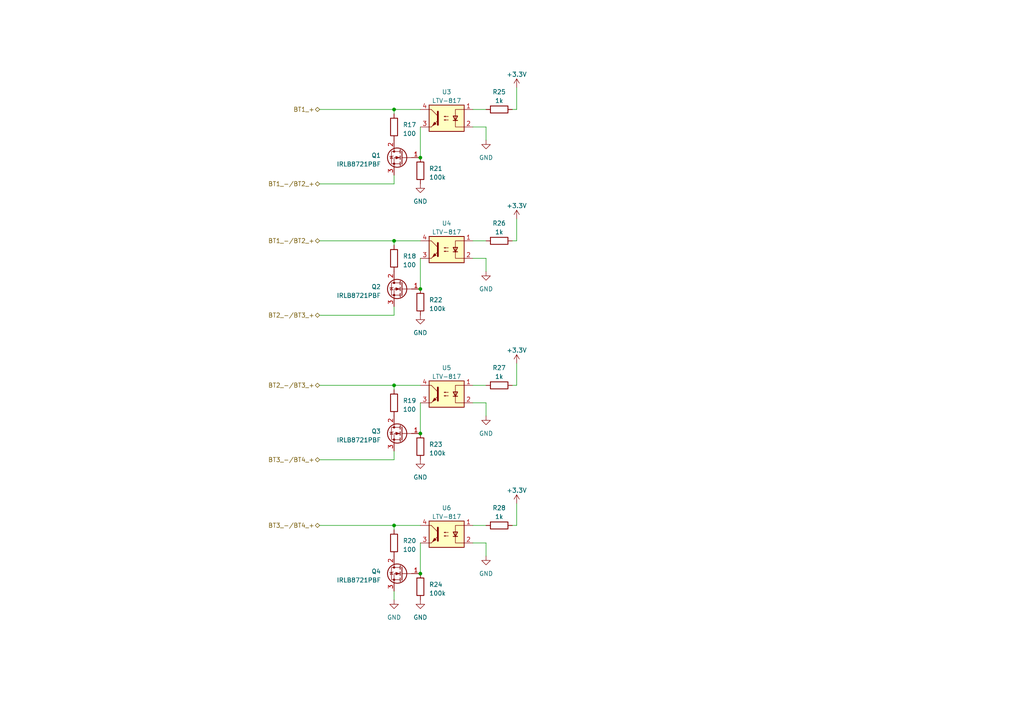
<source format=kicad_sch>
(kicad_sch (version 20230121) (generator eeschema)
  (paper "A4")
  (title_block (title "BMS Project") (date "2023-04-21") (rev "V0.1") (company "TH Ingolstadt") (comment 1 "Author: ") (comment 2 "Edited: "))
  (lib_symbols
    (symbol "Device:R" (pin_numbers hide) (pin_names (offset 0))
      (property "Reference" "R" (at 2.032 0 90))
      (property "Value" "R" (at 0 0 90))
      (symbol "R_0_1"
        (rectangle (start -1.016 -2.54) (end 1.016 2.54) (stroke (width 0.254)))
      )
      (symbol "R_1_1"
        (pin passive line (at 0 3.81 270) (length 1.27) (name "~") (number "1"))
        (pin passive line (at 0 -3.81 90) (length 1.27) (name "~") (number "2"))
      )
    )
    (symbol "Isolator:LTV-817" (pin_names (offset 1.016))
      (property "Reference" "U" (at -5.08 5.08 0))
      (property "Value" "LTV-817" (at 0 5.08 0))
      (symbol "LTV-817_0_1"
        (rectangle (start -5.08 3.81) (end 5.08 -3.81) (stroke (width 0.254)) (fill (type background)))
        (polyline (pts (xy -3.175 -0.635) (xy -1.905 -0.635)) (stroke (width 0.254)))
        (polyline (pts (xy 2.54 0.635) (xy 4.445 2.54)))
        (polyline (pts (xy 4.445 -2.54) (xy 2.54 -0.635)) (fill (type outline)))
        (polyline (pts (xy 4.445 -2.54) (xy 5.08 -2.54)))
        (polyline (pts (xy 4.445 2.54) (xy 5.08 2.54)))
        (polyline (pts (xy -5.08 2.54) (xy -2.54 2.54) (xy -2.54 -0.762)))
        (polyline (pts (xy -2.54 -0.635) (xy -2.54 -2.54) (xy -5.08 -2.54)))
        (polyline (pts (xy 2.54 1.905) (xy 2.54 -1.905) (xy 2.54 -1.905)) (stroke (width 0.508)))
        (polyline (pts (xy -2.54 -0.635) (xy -3.175 0.635) (xy -1.905 0.635) (xy -2.54 -0.635)) (stroke (width 0.254)))
        (polyline (pts (xy -0.508 -0.508) (xy 0.762 -0.508) (xy 0.381 -0.635) (xy 0.381 -0.381) (xy 0.762 -0.508)))
        (polyline (pts (xy -0.508 0.508) (xy 0.762 0.508) (xy 0.381 0.381) (xy 0.381 0.635) (xy 0.762 0.508)))
        (polyline (pts (xy 3.048 -1.651) (xy 3.556 -1.143) (xy 4.064 -2.159) (xy 3.048 -1.651) (xy 3.048 -1.651)) (fill (type outline)))
      )
      (symbol "LTV-817_1_1"
        (pin passive line (at -7.62 2.54 0) (length 2.54) (name "~") (number "1"))
        (pin passive line (at -7.62 -2.54 0) (length 2.54) (name "~") (number "2"))
        (pin passive line (at 7.62 -2.54 180) (length 2.54) (name "~") (number "3"))
        (pin passive line (at 7.62 2.54 180) (length 2.54) (name "~") (number "4"))
      )
    )
    (symbol "Transistor_FET:IRLB8721PBF" (pin_names hide)
      (property "Reference" "Q" (at 6.35 1.905 0))
      (property "Value" "IRLB8721PBF" (at 6.35 0 0))
      (symbol "IRLB8721PBF_0_1"
        (polyline (pts (xy 0.254 0) (xy -2.54 0)))
        (polyline (pts (xy 0.254 1.905) (xy 0.254 -1.905)) (stroke (width 0.254)))
        (polyline (pts (xy 0.762 -1.27) (xy 0.762 -2.286)) (stroke (width 0.254)))
        (polyline (pts (xy 0.762 0.508) (xy 0.762 -0.508)) (stroke (width 0.254)))
        (polyline (pts (xy 0.762 2.286) (xy 0.762 1.27)) (stroke (width 0.254)))
        (polyline (pts (xy 2.54 2.54) (xy 2.54 1.778)))
        (polyline (pts (xy 2.54 -2.54) (xy 2.54 0) (xy 0.762 0)))
        (polyline (pts (xy 0.762 -1.778) (xy 3.302 -1.778) (xy 3.302 1.778) (xy 0.762 1.778)))
        (polyline (pts (xy 1.016 0) (xy 2.032 0.381) (xy 2.032 -0.381) (xy 1.016 0)) (fill (type outline)))
        (polyline (pts (xy 2.794 0.508) (xy 2.921 0.381) (xy 3.683 0.381) (xy 3.81 0.254)))
        (polyline (pts (xy 3.302 0.381) (xy 2.921 -0.254) (xy 3.683 -0.254) (xy 3.302 0.381)))
        (circle (center 1.651 0) (radius 2.794) (stroke (width 0.254)))
        (circle (center 2.54 -1.778) (radius 0.254) (fill (type outline)))
        (circle (center 2.54 1.778) (radius 0.254) (fill (type outline)))
      )
      (symbol "IRLB8721PBF_1_1"
        (pin input line (at -5.08 0 0) (length 2.54) (name "G") (number "1"))
        (pin passive line (at 2.54 5.08 270) (length 2.54) (name "D") (number "2"))
        (pin passive line (at 2.54 -5.08 90) (length 2.54) (name "S") (number "3"))
      )
    )
    (symbol "power:+3.3V" (power) (pin_names (offset 0))
      (property "Value" "+3.3V" (at 0 3.556 0))
      (symbol "+3.3V_0_1"
        (polyline (pts (xy -0.762 1.27) (xy 0 2.54)))
        (polyline (pts (xy 0 0) (xy 0 2.54)))
        (polyline (pts (xy 0 2.54) (xy 0.762 1.27)))
      )
      (symbol "+3.3V_1_1"
        (pin power_in line (at 0 0 90) (length 0) hide (name "+3.3V") (number "1"))
      )
    )
    (symbol "power:GND" (power) (pin_names (offset 0))
      (property "Value" "GND" (at 0 -3.81 0))
      (symbol "GND_0_1"
        (polyline (pts (xy 0 0) (xy 0 -1.27) (xy 1.27 -1.27) (xy 0 -2.54) (xy -1.27 -1.27) (xy 0 -1.27)))
      )
      (symbol "GND_1_1"
        (pin power_in line (at 0 0 270) (length 0) hide (name "GND") (number "1"))
      )
    )
  )
  (junction (at 121.92 83.82))
  (junction (at 121.92 45.72))
  (junction (at 114.3 152.4))
  (junction (at 114.3 69.85))
  (junction (at 121.92 125.73))
  (junction (at 114.3 31.75))
  (junction (at 114.3 111.76))
  (junction (at 121.92 166.37))
  (wire (pts (xy 137.16 36.83) (xy 140.97 36.83)))
  (wire (pts (xy 137.16 116.84) (xy 140.97 116.84)))
  (wire (pts (xy 148.59 152.4) (xy 149.86 152.4)))
  (wire (pts (xy 148.59 31.75) (xy 149.86 31.75)))
  (wire (pts (xy 149.86 31.75) (xy 149.86 25.4)))
  (wire (pts (xy 114.3 111.76) (xy 121.92 111.76)))
  (wire (pts (xy 114.3 31.75) (xy 121.92 31.75)))
  (wire (pts (xy 114.3 53.34) (xy 92.71 53.34)))
  (wire (pts (xy 149.86 69.85) (xy 149.86 63.5)))
  (wire (pts (xy 114.3 171.45) (xy 114.3 173.99)))
  (wire (pts (xy 121.92 74.93) (xy 121.92 83.82)))
  (wire (pts (xy 114.3 31.75) (xy 114.3 33.02)))
  (wire (pts (xy 137.16 152.4) (xy 140.97 152.4)))
  (wire (pts (xy 149.86 111.76) (xy 149.86 105.41)))
  (wire (pts (xy 92.71 69.85) (xy 114.3 69.85)))
  (wire (pts (xy 92.71 111.76) (xy 114.3 111.76)))
  (wire (pts (xy 140.97 157.48) (xy 140.97 161.29)))
  (wire (pts (xy 114.3 133.35) (xy 92.71 133.35)))
  (wire (pts (xy 114.3 69.85) (xy 121.92 69.85)))
  (wire (pts (xy 137.16 69.85) (xy 140.97 69.85)))
  (wire (pts (xy 149.86 152.4) (xy 149.86 146.05)))
  (wire (pts (xy 121.92 157.48) (xy 121.92 166.37)))
  (wire (pts (xy 92.71 31.75) (xy 114.3 31.75)))
  (wire (pts (xy 148.59 111.76) (xy 149.86 111.76)))
  (wire (pts (xy 137.16 111.76) (xy 140.97 111.76)))
  (wire (pts (xy 114.3 69.85) (xy 114.3 71.12)))
  (wire (pts (xy 148.59 69.85) (xy 149.86 69.85)))
  (wire (pts (xy 140.97 74.93) (xy 140.97 78.74)))
  (wire (pts (xy 140.97 36.83) (xy 140.97 40.64)))
  (wire (pts (xy 114.3 152.4) (xy 121.92 152.4)))
  (wire (pts (xy 114.3 88.9) (xy 114.3 91.44)))
  (wire (pts (xy 140.97 116.84) (xy 140.97 120.65)))
  (wire (pts (xy 114.3 111.76) (xy 114.3 113.03)))
  (wire (pts (xy 114.3 91.44) (xy 92.71 91.44)))
  (wire (pts (xy 114.3 152.4) (xy 114.3 153.67)))
  (wire (pts (xy 121.92 36.83) (xy 121.92 45.72)))
  (wire (pts (xy 92.71 152.4) (xy 114.3 152.4)))
  (wire (pts (xy 137.16 31.75) (xy 140.97 31.75)))
  (wire (pts (xy 114.3 50.8) (xy 114.3 53.34)))
  (wire (pts (xy 137.16 74.93) (xy 140.97 74.93)))
  (wire (pts (xy 121.92 116.84) (xy 121.92 125.73)))
  (wire (pts (xy 114.3 130.81) (xy 114.3 133.35)))
  (wire (pts (xy 137.16 157.48) (xy 140.97 157.48)))
  (hierarchical_label "BT1_-{slash}BT2_+" (shape bidirectional) (at 92.71 53.34 180))
  (hierarchical_label "BT2_-{slash}BT3_+" (shape bidirectional) (at 92.71 91.44 180))
  (hierarchical_label "BT1_+" (shape bidirectional) (at 92.71 31.75 180))
  (hierarchical_label "BT1_-{slash}BT2_+" (shape bidirectional) (at 92.71 69.85 180))
  (hierarchical_label "BT3_-{slash}BT4_+" (shape bidirectional) (at 92.71 152.4 180))
  (hierarchical_label "BT3_-{slash}BT4_+" (shape bidirectional) (at 92.71 133.35 180))
  (hierarchical_label "BT2_-{slash}BT3_+" (shape bidirectional) (at 92.71 111.76 180))
  (symbol (lib_id "Device:R") (at 121.92 49.53 0) (unit 1)
    (property "Reference" "R21" (at 124.46 48.895 0) (effects (justify left)))
    (property "Value" "100k" (at 124.46 51.435 0) (effects (justify left)))
    (property "Footprint" "Resistor_THT:R_Axial_DIN0207_L6.3mm_D2.5mm_P10.16mm_Horizontal" (effects hide))
    (instances (project "BMS_Project" (path "" (reference "R21") (unit 1)) (path "" (reference "R21") (unit 1))) (project "Test_Projekt" (path "" (reference "R27") (unit 1))))
  )
  (symbol (lib_id "Device:R") (at 114.3 157.48 0) (unit 1)
    (property "Reference" "R20" (at 116.84 156.845 0) (effects (justify left)))
    (property "Value" "100" (at 116.84 159.385 0) (effects (justify left)))
    (property "Footprint" "Resistor_THT:R_Axial_DIN0207_L6.3mm_D2.5mm_P10.16mm_Horizontal" (effects hide))
    (instances (project "BMS_Project" (path "" (reference "R20") (unit 1)) (path "" (reference "R20") (unit 1))) (project "Test_Projekt" (path "" (reference "R4") (unit 1))))
  )
  (symbol (lib_id "Isolator:LTV-817") (at 129.54 154.94 0) (mirror y) (unit 1)
    (property "Reference" "U6" (at 129.54 147.32 0))
    (property "Value" "LTV-817" (at 129.54 149.86 0))
    (property "Footprint" "Package_DIP:DIP-4_W7.62mm" (effects hide))
    (property "Datasheet" "http://www.us.liteon.com/downloads/LTV-817-827-847.PDF" (effects hide))
    (instances (project "BMS_Project" (path "" (reference "U6") (unit 1)) (path "" (reference "U6") (unit 1))) (project "Test_Projekt" (path "" (reference "U2") (unit 1))))
  )
  (symbol (lib_id "power:+3.3V") (at 149.86 63.5 0) (unit 1)
    (property "Reference" "#PWR019" (effects hide))
    (property "Value" "+3.3V" (at 149.86 59.69 0))
    (instances (project "BMS_Project" (path "" (reference "#PWR019") (unit 1)) (path "" (reference "#PWR019") (unit 1))) (project "Test_Projekt" (path "" (reference "#PWR017") (unit 1))))
  )
  (symbol (lib_id "Device:R") (at 144.78 31.75 270) (unit 1)
    (property "Reference" "R25" (at 144.78 26.67 90))
    (property "Value" "1k" (at 144.78 29.21 90))
    (property "Footprint" "Resistor_THT:R_Axial_DIN0207_L6.3mm_D2.5mm_P10.16mm_Horizontal" (effects hide))
    (instances (project "BMS_Project" (path "" (reference "R25") (unit 1)) (path "" (reference "R25") (unit 1))) (project "Test_Projekt" (path "" (reference "R28") (unit 1))))
  )
  (symbol (lib_id "Transistor_FET:IRLB8721PBF") (at 116.84 83.82 0) (mirror y) (unit 1)
    (property "Reference" "Q2" (at 110.49 83.185 0) (effects (justify left)))
    (property "Value" "IRLB8721PBF" (at 110.49 85.725 0) (effects (justify left)))
    (property "Footprint" "Package_TO_SOT_THT:TO-220-3_Horizontal_TabDown" (effects hide))
    (property "Datasheet" "http://www.infineon.com/dgdl/irlb8721pbf.pdf?fileId=5546d462533600a40153566056732591" (effects hide))
    (instances (project "BMS_Project" (path "" (reference "Q2") (unit 1)) (path "" (reference "Q2") (unit 1))) (project "Test_Projekt" (path "" (reference "Q3") (unit 1))))
  )
  (symbol (lib_id "power:+3.3V") (at 149.86 105.41 0) (unit 1)
    (property "Reference" "#PWR020" (effects hide))
    (property "Value" "+3.3V" (at 149.86 101.6 0))
    (instances (project "BMS_Project" (path "" (reference "#PWR020") (unit 1)) (path "" (reference "#PWR020") (unit 1))) (project "Test_Projekt" (path "" (reference "#PWR011") (unit 1))))
  )
  (symbol (lib_id "power:GND") (at 121.92 53.34 0) (unit 1)
    (property "Reference" "#PWR010" (effects hide))
    (property "Value" "GND" (at 121.92 58.42 0))
    (instances (project "BMS_Project" (path "" (reference "#PWR010") (unit 1)) (path "" (reference "#PWR010") (unit 1))) (project "Test_Projekt" (path "" (reference "#PWR022") (unit 1))))
  )
  (symbol (lib_id "Isolator:LTV-817") (at 129.54 114.3 0) (mirror y) (unit 1)
    (property "Reference" "U5" (at 129.54 106.68 0))
    (property "Value" "LTV-817" (at 129.54 109.22 0))
    (property "Footprint" "Package_DIP:DIP-4_W7.62mm" (effects hide))
    (property "Datasheet" "http://www.us.liteon.com/downloads/LTV-817-827-847.PDF" (effects hide))
    (instances (project "BMS_Project" (path "" (reference "U5") (unit 1)) (path "" (reference "U5") (unit 1))) (project "Test_Projekt" (path "" (reference "U4") (unit 1))))
  )
  (symbol (lib_id "Device:R") (at 144.78 152.4 270) (unit 1)
    (property "Reference" "R28" (at 144.78 147.32 90))
    (property "Value" "1k" (at 144.78 149.86 90))
    (property "Footprint" "Resistor_THT:R_Axial_DIN0207_L6.3mm_D2.5mm_P10.16mm_Horizontal" (effects hide))
    (instances (project "BMS_Project" (path "" (reference "R28") (unit 1)) (path "" (reference "R28") (unit 1))) (project "Test_Projekt" (path "" (reference "R6") (unit 1))))
  )
  (symbol (lib_id "Device:R") (at 144.78 69.85 270) (unit 1)
    (property "Reference" "R26" (at 144.78 64.77 90))
    (property "Value" "1k" (at 144.78 67.31 90))
    (property "Footprint" "Resistor_THT:R_Axial_DIN0207_L6.3mm_D2.5mm_P10.16mm_Horizontal" (effects hide))
    (instances (project "BMS_Project" (path "" (reference "R26") (unit 1)) (path "" (reference "R26") (unit 1))) (project "Test_Projekt" (path "" (reference "R20") (unit 1))))
  )
  (symbol (lib_id "Device:R") (at 114.3 74.93 0) (unit 1)
    (property "Reference" "R18" (at 116.84 74.295 0) (effects (justify left)))
    (property "Value" "100" (at 116.84 76.835 0) (effects (justify left)))
    (property "Footprint" "Resistor_THT:R_Axial_DIN0207_L6.3mm_D2.5mm_P10.16mm_Horizontal" (effects hide))
  )
  (symbol (lib_id "power:GND") (at 140.97 40.64 0) (unit 1)
    (property "Reference" "#PWR014" (effects hide))
    (property "Value" "GND" (at 140.97 45.72 0))
    (instances (project "BMS_Project" (path "" (reference "#PWR014") (unit 1)) (path "" (reference "#PWR014") (unit 1))) (project "Test_Projekt" (path "" (reference "#PWR023") (unit 1))))
  )
  (symbol (lib_id "power:GND") (at 121.92 133.35 0) (unit 1)
    (property "Reference" "#PWR012" (effects hide))
    (property "Value" "GND" (at 121.92 138.43 0))
    (instances (project "BMS_Project" (path "" (reference "#PWR012") (unit 1)) (path "" (reference "#PWR012") (unit 1))) (project "Test_Projekt" (path "" (reference "#PWR09") (unit 1))))
  )
  (symbol (lib_id "Device:R") (at 121.92 87.63 0) (unit 1)
    (property "Reference" "R22" (at 124.46 86.995 0) (effects (justify left)))
    (property "Value" "100k" (at 124.46 89.535 0) (effects (justify left)))
    (property "Footprint" "Resistor_THT:R_Axial_DIN0207_L6.3mm_D2.5mm_P10.16mm_Horizontal" (effects hide))
    (instances (project "BMS_Project" (path "" (reference "R22") (unit 1)) (path "" (reference "R22") (unit 1))) (project "Test_Projekt" (path "" (reference "R19") (unit 1))))
  )
  (symbol (lib_id "Isolator:LTV-817") (at 129.54 72.39 0) (mirror y) (unit 1)
    (property "Reference" "U4" (at 129.54 64.77 0))
    (property "Value" "LTV-817" (at 129.54 67.31 0))
    (property "Footprint" "Package_DIP:DIP-4_W7.62mm" (effects hide))
    (property "Datasheet" "http://www.us.liteon.com/downloads/LTV-817-827-847.PDF" (effects hide))
    (instances (project "BMS_Project" (path "" (reference "U4") (unit 1)) (path "" (reference "U4") (unit 1))) (project "Test_Projekt" (path "" (reference "U5") (unit 1))))
  )
  (symbol (lib_id "power:GND") (at 140.97 161.29 0) (unit 1)
    (property "Reference" "#PWR017" (effects hide))
    (property "Value" "GND" (at 140.97 166.37 0))
    (instances (project "BMS_Project" (path "" (reference "#PWR017") (unit 1)) (path "" (reference "#PWR017") (unit 1))) (project "Test_Projekt" (path "" (reference "#PWR05") (unit 1))))
  )
  (symbol (lib_id "power:+3.3V") (at 149.86 146.05 0) (unit 1)
    (property "Reference" "#PWR021" (effects hide))
    (property "Value" "+3.3V" (at 149.86 142.24 0))
    (instances (project "BMS_Project" (path "" (reference "#PWR021") (unit 1)) (path "" (reference "#PWR021") (unit 1))) (project "Test_Projekt" (path "" (reference "#PWR04") (unit 1))))
  )
  (symbol (lib_id "Device:R") (at 144.78 111.76 270) (unit 1)
    (property "Reference" "R27" (at 144.78 106.68 90))
    (property "Value" "1k" (at 144.78 109.22 90))
    (property "Footprint" "Resistor_THT:R_Axial_DIN0207_L6.3mm_D2.5mm_P10.16mm_Horizontal" (effects hide))
    (instances (project "BMS_Project" (path "" (reference "R27") (unit 1)) (path "" (reference "R27") (unit 1))) (project "Test_Projekt" (path "" (reference "R13") (unit 1))))
  )
  (symbol (lib_id "Device:R") (at 114.3 116.84 0) (unit 1)
    (property "Reference" "R19" (at 116.84 116.205 0) (effects (justify left)))
    (property "Value" "100" (at 116.84 118.745 0) (effects (justify left)))
    (property "Footprint" "Resistor_THT:R_Axial_DIN0207_L6.3mm_D2.5mm_P10.16mm_Horizontal" (effects hide))
    (instances (project "BMS_Project" (path "" (reference "R19") (unit 1)) (path "" (reference "R19") (unit 1))) (project "Test_Projekt" (path "" (reference "R11") (unit 1))))
  )
  (symbol (lib_id "Device:R") (at 114.3 36.83 0) (unit 1)
    (property "Reference" "R17" (at 116.84 36.195 0) (effects (justify left)))
    (property "Value" "100" (at 116.84 38.735 0) (effects (justify left)))
    (property "Footprint" "Resistor_THT:R_Axial_DIN0207_L6.3mm_D2.5mm_P10.16mm_Horizontal" (effects hide))
    (instances (project "BMS_Project" (path "" (reference "R17") (unit 1)) (path "" (reference "R17") (unit 1))) (project "Test_Projekt" (path "" (reference "R26") (unit 1))))
  )
  (symbol (lib_id "Transistor_FET:IRLB8721PBF") (at 116.84 45.72 0) (mirror y) (unit 1)
    (property "Reference" "Q1" (at 110.49 45.085 0) (effects (justify left)))
    (property "Value" "IRLB8721PBF" (at 110.49 47.625 0) (effects (justify left)))
    (property "Footprint" "Package_TO_SOT_THT:TO-220-3_Horizontal_TabDown" (effects hide))
    (property "Datasheet" "http://www.infineon.com/dgdl/irlb8721pbf.pdf?fileId=5546d462533600a40153566056732591" (effects hide))
    (instances (project "BMS_Project" (path "" (reference "Q1") (unit 1)) (path "" (reference "Q1") (unit 1))) (project "Test_Projekt" (path "" (reference "Q4") (unit 1))))
  )
  (symbol (lib_id "power:+3.3V") (at 149.86 25.4 0) (unit 1)
    (property "Reference" "#PWR018" (effects hide))
    (property "Value" "+3.3V" (at 149.86 21.59 0))
    (instances (project "BMS_Project" (path "" (reference "#PWR018") (unit 1)) (path "" (reference "#PWR018") (unit 1))) (project "Test_Projekt" (path "" (reference "#PWR024") (unit 1))))
  )
  (symbol (lib_id "Device:R") (at 121.92 129.54 0) (unit 1)
    (property "Reference" "R23" (at 124.46 128.905 0) (effects (justify left)))
    (property "Value" "100k" (at 124.46 131.445 0) (effects (justify left)))
    (property "Footprint" "Resistor_THT:R_Axial_DIN0207_L6.3mm_D2.5mm_P10.16mm_Horizontal" (effects hide))
    (instances (project "BMS_Project" (path "" (reference "R23") (unit 1)) (path "" (reference "R23") (unit 1))) (project "Test_Projekt" (path "" (reference "R12") (unit 1))))
  )
  (symbol (lib_id "power:GND") (at 114.3 173.99 0) (unit 1)
    (property "Reference" "#PWR013" (effects hide))
    (property "Value" "GND" (at 114.3 179.07 0))
    (instances (project "BMS_Project" (path "" (reference "#PWR013") (unit 1)) (path "" (reference "#PWR025") (unit 1))) (project "Test_Projekt" (path "" (reference "#PWR03") (unit 1))))
  )
  (symbol (lib_id "Transistor_FET:IRLB8721PBF") (at 116.84 125.73 0) (mirror y) (unit 1)
    (property "Reference" "Q3" (at 110.49 125.095 0) (effects (justify left)))
    (property "Value" "IRLB8721PBF" (at 110.49 127.635 0) (effects (justify left)))
    (property "Footprint" "Package_TO_SOT_THT:TO-220-3_Horizontal_TabDown" (effects hide))
    (property "Datasheet" "http://www.infineon.com/dgdl/irlb8721pbf.pdf?fileId=5546d462533600a40153566056732591" (effects hide))
    (instances (project "BMS_Project" (path "" (reference "Q3") (unit 1)) (path "" (reference "Q3") (unit 1))) (project "Test_Projekt" (path "" (reference "Q2") (unit 1))))
  )
  (symbol (lib_id "power:GND") (at 121.92 173.99 0) (unit 1)
    (property "Reference" "#PWR013" (effects hide))
    (property "Value" "GND" (at 121.92 179.07 0))
    (instances (project "BMS_Project" (path "" (reference "#PWR013") (unit 1)) (path "" (reference "#PWR013") (unit 1))) (project "Test_Projekt" (path "" (reference "#PWR03") (unit 1))))
  )
  (symbol (lib_id "Device:R") (at 121.92 170.18 0) (unit 1)
    (property "Reference" "R24" (at 124.46 169.545 0) (effects (justify left)))
    (property "Value" "100k" (at 124.46 172.085 0) (effects (justify left)))
    (property "Footprint" "Resistor_THT:R_Axial_DIN0207_L6.3mm_D2.5mm_P10.16mm_Horizontal" (effects hide))
    (instances (project "BMS_Project" (path "" (reference "R24") (unit 1)) (path "" (reference "R24") (unit 1))) (project "Test_Projekt" (path "" (reference "R5") (unit 1))))
  )
  (symbol (lib_id "Transistor_FET:IRLB8721PBF") (at 116.84 166.37 0) (mirror y) (unit 1)
    (property "Reference" "Q4" (at 110.49 165.735 0) (effects (justify left)))
    (property "Value" "IRLB8721PBF" (at 110.49 168.275 0) (effects (justify left)))
    (property "Footprint" "Package_TO_SOT_THT:TO-220-3_Horizontal_TabDown" (effects hide))
    (property "Datasheet" "http://www.infineon.com/dgdl/irlb8721pbf.pdf?fileId=5546d462533600a40153566056732591" (effects hide))
    (instances (project "BMS_Project" (path "" (reference "Q4") (unit 1)) (path "" (reference "Q4") (unit 1))) (project "Test_Projekt" (path "" (reference "Q1") (unit 1))))
  )
  (symbol (lib_id "power:GND") (at 140.97 78.74 0) (unit 1)
    (property "Reference" "#PWR015" (effects hide))
    (property "Value" "GND" (at 140.97 83.82 0))
    (instances (project "BMS_Project" (path "" (reference "#PWR015") (unit 1)) (path "" (reference "#PWR015") (unit 1))) (project "Test_Projekt" (path "" (reference "#PWR016") (unit 1))))
  )
  (symbol (lib_id "power:GND") (at 121.92 91.44 0) (unit 1)
    (property "Reference" "#PWR011" (effects hide))
    (property "Value" "GND" (at 121.92 96.52 0))
    (instances (project "BMS_Project" (path "" (reference "#PWR011") (unit 1)) (path "" (reference "#PWR011") (unit 1))) (project "Test_Projekt" (path "" (reference "#PWR015") (unit 1))))
  )
  (symbol (lib_id "Isolator:LTV-817") (at 129.54 34.29 0) (mirror y) (unit 1)
    (property "Reference" "U3" (at 129.54 26.67 0))
    (property "Value" "LTV-817" (at 129.54 29.21 0))
    (property "Footprint" "Package_DIP:DIP-4_W7.62mm" (effects hide))
    (property "Datasheet" "http://www.us.liteon.com/downloads/LTV-817-827-847.PDF" (effects hide))
    (instances (project "BMS_Project" (path "" (reference "U3") (unit 1)) (path "" (reference "U3") (unit 1))) (project "Test_Projekt" (path "" (reference "U6") (unit 1))))
  )
  (symbol (lib_id "power:GND") (at 140.97 120.65 0) (unit 1)
    (property "Reference" "#PWR016" (effects hide))
    (property "Value" "GND" (at 140.97 125.73 0))
    (instances (project "BMS_Project" (path "" (reference "#PWR016") (unit 1)) (path "" (reference "#PWR016") (unit 1))) (project "Test_Projekt" (path "" (reference "#PWR010") (unit 1))))
  )
)
</source>
